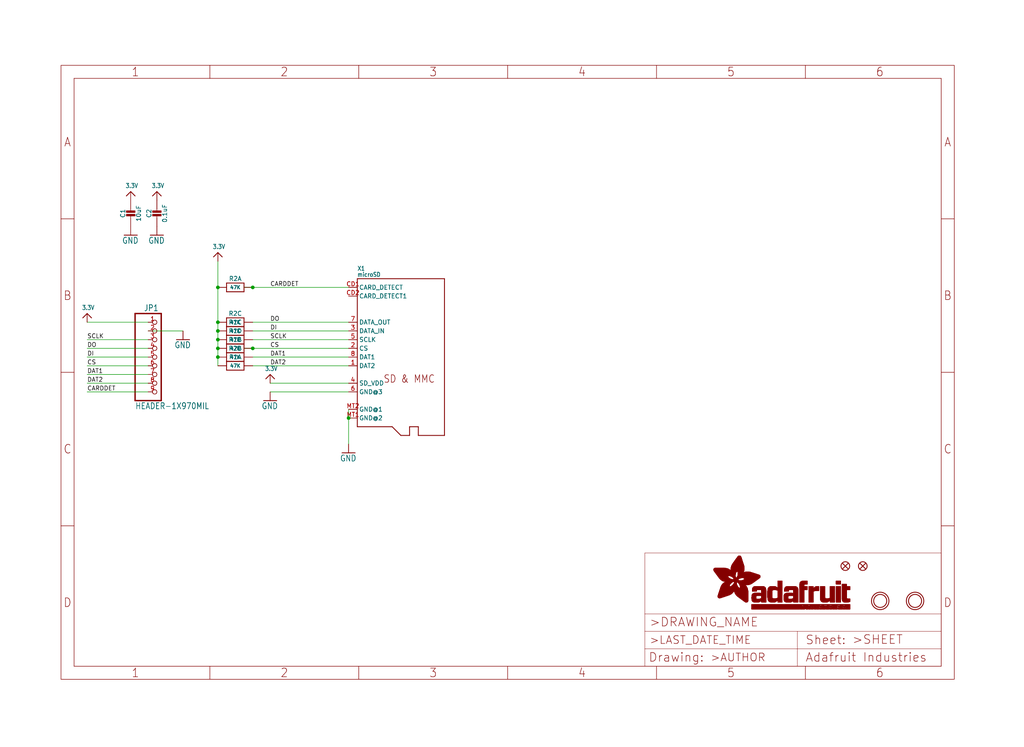
<source format=kicad_sch>
(kicad_sch (version 20211123) (generator eeschema)
  (paper "User" 298.45 217.881)
  (lib_symbols
    (symbol "schematicEagle-eagle-import:3.3V" (power)
      (property "Value" "3.3V" (at -1.524 1.016 0))
      (symbol "3.3V_1_0"
        (pin power_in line (at 0 -2.54 90) (length 2.54) (name "3.3V") (number "1"))
      )
    )
    (symbol "schematicEagle-eagle-import:CAP_CERAMIC0603_NO"
      (property "Reference" "C" (at -2.29 1.25 90))
      (property "Value" "CAP_CERAMIC0603_NO" (at 2.3 1.25 90))
      (symbol "CAP_CERAMIC0603_NO_1_0"
        (pin passive line (at 0 5.08 270) (length 2.54) (name "1") (number "1"))
        (pin passive line (at 0 -2.54 90) (length 2.54) (name "2") (number "2"))
      )
    )
    (symbol "schematicEagle-eagle-import:CAP_CERAMIC0805-NOOUTLINE"
      (property "Reference" "C" (at -2.29 1.25 90))
      (property "Value" "CAP_CERAMIC0805-NOOUTLINE" (at 2.3 1.25 90))
      (symbol "CAP_CERAMIC0805-NOOUTLINE_1_0"
        (pin passive line (at 0 5.08 270) (length 2.54) (name "1") (number "1"))
        (pin passive line (at 0 -2.54 90) (length 2.54) (name "2") (number "2"))
      )
    )
    (symbol "schematicEagle-eagle-import:FIDUCIAL{dblquote}{dblquote}")
    (symbol "schematicEagle-eagle-import:FRAME_A4_ADAFRUIT"
      (symbol "FRAME_A4_ADAFRUIT_0_0"
        (text "1" (at 21.6958 1.905 0) (effects (font (size 2.54 2.286))))
        (text "1" (at 21.6958 177.165 0) (effects (font (size 2.54 2.286))))
        (text "2" (at 65.0875 1.905 0) (effects (font (size 2.54 2.286))))
        (text "2" (at 65.0875 177.165 0) (effects (font (size 2.54 2.286))))
        (text "3" (at 108.4792 1.905 0) (effects (font (size 2.54 2.286))))
        (text "3" (at 108.4792 177.165 0) (effects (font (size 2.54 2.286))))
        (text "4" (at 151.8708 1.905 0) (effects (font (size 2.54 2.286))))
        (text "4" (at 151.8708 177.165 0) (effects (font (size 2.54 2.286))))
        (text "5" (at 195.2625 1.905 0) (effects (font (size 2.54 2.286))))
        (text "5" (at 195.2625 177.165 0) (effects (font (size 2.54 2.286))))
        (text "6" (at 238.6542 1.905 0) (effects (font (size 2.54 2.286))))
        (text "6" (at 238.6542 177.165 0) (effects (font (size 2.54 2.286))))
        (text "A" (at 1.905 156.6863 0) (effects (font (size 2.54 2.286))))
        (text "A" (at 258.445 156.6863 0) (effects (font (size 2.54 2.286))))
        (text "B" (at 1.905 111.9188 0) (effects (font (size 2.54 2.286))))
        (text "B" (at 258.445 111.9188 0) (effects (font (size 2.54 2.286))))
        (text "C" (at 1.905 67.1513 0) (effects (font (size 2.54 2.286))))
        (text "C" (at 258.445 67.1513 0) (effects (font (size 2.54 2.286))))
        (text "D" (at 1.905 22.3838 0) (effects (font (size 2.54 2.286))))
        (text "D" (at 258.445 22.3838 0) (effects (font (size 2.54 2.286))))
      )
      (symbol "FRAME_A4_ADAFRUIT_1_0"
        (text ">AUTHOR" (at 189.23 5.08 0) (effects (font (size 2.286 2.286)) (justify left bottom)))
        (text ">DRAWING_NAME" (at 171.45 15.24 0) (effects (font (size 2.54 2.54)) (justify left bottom)))
        (text ">LAST_DATE_TIME" (at 171.45 10.16 0) (effects (font (size 2.286 2.286)) (justify left bottom)))
        (text ">SHEET" (at 230.505 10.16 0) (effects (font (size 2.54 2.54)) (justify left bottom)))
        (text "Adafruit Industries" (at 216.916 4.953 0) (effects (font (size 2.54 2.54)) (justify left bottom)))
        (text "Drawing:" (at 171.196 4.953 0) (effects (font (size 2.54 2.54)) (justify left bottom)))
        (text "Sheet:" (at 216.916 10.033 0) (effects (font (size 2.54 2.54)) (justify left bottom)))
      )
    )
    (symbol "schematicEagle-eagle-import:GND" (power)
      (property "Value" "GND" (at -2.54 -2.54 0))
      (symbol "GND_1_0"
        (pin power_in line (at 0 2.54 270) (length 2.54) (name "GND") (number "1"))
      )
    )
    (symbol "schematicEagle-eagle-import:HEADER-1X970MIL"
      (property "Reference" "JP" (at -6.35 13.335 0))
      (property "Value" "HEADER-1X970MIL" (at -6.35 -15.24 0))
      (symbol "HEADER-1X970MIL_1_0"
        (pin passive inverted (at -2.54 10.16 0) (length 2.54) (name "1") (number "1"))
        (pin passive inverted (at -2.54 7.62 0) (length 2.54) (name "2") (number "2"))
        (pin passive inverted (at -2.54 5.08 0) (length 2.54) (name "3") (number "3"))
        (pin passive inverted (at -2.54 2.54 0) (length 2.54) (name "4") (number "4"))
        (pin passive inverted (at -2.54 0 0) (length 2.54) (name "5") (number "5"))
        (pin passive inverted (at -2.54 -2.54 0) (length 2.54) (name "6") (number "6"))
        (pin passive inverted (at -2.54 -5.08 0) (length 2.54) (name "7") (number "7"))
        (pin passive inverted (at -2.54 -7.62 0) (length 2.54) (name "8") (number "8"))
        (pin passive inverted (at -2.54 -10.16 0) (length 2.54) (name "9") (number "9"))
      )
    )
    (symbol "schematicEagle-eagle-import:MICROSD"
      (property "Reference" "X" (at -12.7 22.606 0))
      (property "Value" "MICROSD" (at -12.7 20.828 0))
      (symbol "MICROSD_1_0"
        (text "SD & MMC" (at -5.08 -10.16 0) (effects (font (size 2.1844 1.8567)) (justify left bottom)))
        (pin bidirectional line (at -15.24 -5.08 0) (length 2.54) (name "DAT2") (number "1"))
        (pin input line (at -15.24 0 0) (length 2.54) (name "CS") (number "2"))
        (pin input line (at -15.24 5.08 0) (length 2.54) (name "DATA_IN") (number "3"))
        (pin power_in line (at -15.24 -10.16 0) (length 2.54) (name "SD_VDD") (number "4"))
        (pin input line (at -15.24 2.54 0) (length 2.54) (name "SCLK") (number "5"))
        (pin power_in line (at -15.24 -12.7 0) (length 2.54) (name "GND@3") (number "6"))
        (pin output line (at -15.24 7.62 0) (length 2.54) (name "DATA_OUT") (number "7"))
        (pin bidirectional line (at -15.24 -2.54 0) (length 2.54) (name "DAT1") (number "8"))
        (pin passive line (at -15.24 17.78 0) (length 2.54) (name "CARD_DETECT") (number "CD1"))
        (pin passive line (at -15.24 15.24 0) (length 2.54) (name "CARD_DETECT1") (number "CD2"))
        (pin power_in line (at -15.24 -20.32 0) (length 2.54) (name "GND@2") (number "MT1"))
        (pin power_in line (at -15.24 -17.78 0) (length 2.54) (name "GND@1") (number "MT2"))
      )
    )
    (symbol "schematicEagle-eagle-import:MOUNTINGHOLE2.5")
    (symbol "schematicEagle-eagle-import:RESISTOR_4PACK"
      (property "Reference" "R" (at 0 2.54 0))
      (property "Value" "RESISTOR_4PACK" (at 0 0 0))
      (symbol "RESISTOR_4PACK_1_0"
        (pin passive line (at -5.08 0 0) (length 2.54) (name "1") (number "1"))
        (pin passive line (at 5.08 0 180) (length 2.54) (name "2") (number "8"))
      )
      (symbol "RESISTOR_4PACK_2_0"
        (pin passive line (at -5.08 0 0) (length 2.54) (name "1") (number "2"))
        (pin passive line (at 5.08 0 180) (length 2.54) (name "2") (number "7"))
      )
      (symbol "RESISTOR_4PACK_3_0"
        (pin passive line (at -5.08 0 0) (length 2.54) (name "1") (number "3"))
        (pin passive line (at 5.08 0 180) (length 2.54) (name "2") (number "6"))
      )
      (symbol "RESISTOR_4PACK_4_0"
        (pin passive line (at -5.08 0 0) (length 2.54) (name "1") (number "4"))
        (pin passive line (at 5.08 0 180) (length 2.54) (name "2") (number "5"))
      )
    )
  )
  (junction (at 73.66 101.6))
  (junction (at 101.6 121.92))
  (junction (at 63.5 99.06))
  (junction (at 63.5 104.14))
  (junction (at 63.5 96.52))
  (junction (at 63.5 83.82))
  (junction (at 73.66 83.82))
  (junction (at 63.5 101.6))
  (junction (at 63.5 93.98))
  (wire (pts (xy 43.18 104.14) (xy 25.4 104.14)))
  (wire (pts (xy 63.5 104.14) (xy 63.5 101.6)))
  (wire (pts (xy 101.6 83.82) (xy 73.66 83.82)))
  (wire (pts (xy 63.5 93.98) (xy 63.5 83.82)))
  (wire (pts (xy 63.5 83.82) (xy 63.5 76.2)))
  (wire (pts (xy 101.6 93.98) (xy 73.66 93.98)))
  (wire (pts (xy 25.4 101.6) (xy 43.18 101.6)))
  (wire (pts (xy 73.66 106.68) (xy 101.6 106.68)))
  (wire (pts (xy 25.4 111.76) (xy 43.18 111.76)))
  (wire (pts (xy 63.5 99.06) (xy 63.5 96.52)))
  (wire (pts (xy 63.5 106.68) (xy 63.5 104.14)))
  (wire (pts (xy 25.4 109.22) (xy 43.18 109.22)))
  (wire (pts (xy 63.5 96.52) (xy 63.5 93.98)))
  (wire (pts (xy 63.5 101.6) (xy 63.5 99.06)))
  (wire (pts (xy 101.6 121.92) (xy 101.6 129.54)))
  (wire (pts (xy 25.4 114.3) (xy 43.18 114.3)))
  (wire (pts (xy 25.4 93.98) (xy 43.18 93.98)))
  (wire (pts (xy 53.34 96.52) (xy 43.18 96.52)))
  (wire (pts (xy 71.12 101.6) (xy 73.66 101.6)))
  (wire (pts (xy 43.18 99.06) (xy 25.4 99.06)))
  (wire (pts (xy 101.6 119.38) (xy 101.6 121.92)))
  (wire (pts (xy 73.66 83.82) (xy 71.12 83.82)))
  (wire (pts (xy 101.6 111.76) (xy 78.74 111.76)))
  (wire (pts (xy 101.6 114.3) (xy 78.74 114.3)))
  (wire (pts (xy 25.4 106.68) (xy 43.18 106.68)))
  (wire (pts (xy 73.66 101.6) (xy 101.6 101.6)))
  (wire (pts (xy 73.66 96.52) (xy 101.6 96.52)))
  (wire (pts (xy 73.66 104.14) (xy 101.6 104.14)))
  (wire (pts (xy 101.6 99.06) (xy 73.66 99.06)))
  (label "SCLK" (at 78.74 99.06 0) (effects (font (size 1.2446 1.2446))))
  (label "DAT2" (at 25.4 111.76 0) (effects (font (size 1.2446 1.2446))))
  (label "CARDDET" (at 25.4 114.3 0) (effects (font (size 1.2446 1.2446))))
  (label "DAT1" (at 25.4 109.22 0) (effects (font (size 1.2446 1.2446))))
  (label "CARDDET" (at 78.74 83.82 0) (effects (font (size 1.2446 1.2446))))
  (label "DI" (at 78.74 96.52 0) (effects (font (size 1.2446 1.2446))))
  (label "CS" (at 25.4 106.68 0) (effects (font (size 1.2446 1.2446))))
  (label "DO" (at 78.74 93.98 0) (effects (font (size 1.2446 1.2446))))
  (label "DAT2" (at 78.74 106.68 0) (effects (font (size 1.2446 1.2446))))
  (label "CS" (at 78.74 101.6 0) (effects (font (size 1.2446 1.2446))))
  (label "DO" (at 25.4 101.6 0) (effects (font (size 1.2446 1.2446))))
  (label "DI" (at 25.4 104.14 0) (effects (font (size 1.2446 1.2446))))
  (label "DAT1" (at 78.74 104.14 0) (effects (font (size 1.2446 1.2446))))
  (label "SCLK" (at 25.4 99.06 0) (effects (font (size 1.2446 1.2446))))
  (symbol (lib_id "schematicEagle-eagle-import:RESISTOR_4PACK") (at 68.58 83.82 0) (unit 1)
    (property "Reference" "R2" (at 68.58 81.28 0))
    (property "Value" "47K" (at 68.58 83.82 0) (effects (font (size 1.016 1.016) bold)))
    (property "Footprint" "schematicEagle:RESPACK_4X0603" (effects hide))
  )
  (symbol (lib_id "schematicEagle-eagle-import:HEADER-1X970MIL") (at 45.72 104.14 0) (unit 1)
    (property "Reference" "JP1" (at 41.91 90.805 0) (effects (font (size 1.778 1.5113)) (justify left bottom)))
    (property "Value" "HEADER-1X970MIL" (at 39.37 119.38 0) (effects (font (size 1.778 1.5113)) (justify left bottom)))
    (property "Footprint" "schematicEagle:1X09_ROUND_70" (effects hide))
  )
  (symbol (lib_id "schematicEagle-eagle-import:3.3V") (at 45.72 55.88 0) (unit 1)
    (property "Reference" "#U$10" (effects hide))
    (property "Value" "3.3V" (at 44.196 54.864 0) (effects (font (size 1.27 1.0795)) (justify left bottom)))
    (property "Footprint" "schematicEagle:" (effects hide))
  )
  (symbol (lib_id "schematicEagle-eagle-import:GND") (at 38.1 68.58 0) (unit 1)
    (property "Reference" "#GND5" (effects hide))
    (property "Value" "GND" (at 35.56 71.12 0) (effects (font (size 1.778 1.5113)) (justify left bottom)))
    (property "Footprint" "schematicEagle:" (effects hide))
  )
  (symbol (lib_id "schematicEagle-eagle-import:3.3V") (at 78.74 109.22 0) (unit 1)
    (property "Reference" "#U$5" (effects hide))
    (property "Value" "3.3V" (at 77.216 108.204 0) (effects (font (size 1.27 1.0795)) (justify left bottom)))
    (property "Footprint" "schematicEagle:" (effects hide))
  )
  (symbol (lib_id "schematicEagle-eagle-import:RESISTOR_4PACK") (at 68.58 101.6 0) (unit 2)
    (property "Reference" "R1" (at 68.58 99.06 0))
    (property "Value" "47K" (at 68.58 101.6 0) (effects (font (size 1.016 1.016) bold)))
    (property "Footprint" "schematicEagle:RESPACK_4X0603" (effects hide))
  )
  (symbol (lib_id "schematicEagle-eagle-import:MOUNTINGHOLE2.5") (at 266.7 175.26 0) (unit 1)
    (property "Reference" "U$2" (effects hide))
    (property "Value" "MOUNTINGHOLE2.5" (effects hide))
    (property "Footprint" "schematicEagle:MOUNTINGHOLE_2.5_PLATED" (effects hide))
  )
  (symbol (lib_id "schematicEagle-eagle-import:CAP_CERAMIC0805-NOOUTLINE") (at 38.1 63.5 0) (unit 1)
    (property "Reference" "C1" (at 35.81 62.25 90))
    (property "Value" "10uF" (at 40.4 62.25 90))
    (property "Footprint" "schematicEagle:0805-NO" (effects hide))
  )
  (symbol (lib_id "schematicEagle-eagle-import:RESISTOR_4PACK") (at 68.58 93.98 0) (unit 3)
    (property "Reference" "R2" (at 68.58 91.44 0))
    (property "Value" "47K" (at 68.58 93.98 0) (effects (font (size 1.016 1.016) bold)))
    (property "Footprint" "schematicEagle:RESPACK_4X0603" (effects hide))
  )
  (symbol (lib_id "schematicEagle-eagle-import:CAP_CERAMIC0603_NO") (at 45.72 63.5 0) (unit 1)
    (property "Reference" "C2" (at 43.43 62.25 90))
    (property "Value" "0.1uF" (at 48.02 62.25 90))
    (property "Footprint" "schematicEagle:0603-NO" (effects hide))
  )
  (symbol (lib_id "schematicEagle-eagle-import:3.3V") (at 25.4 91.44 0) (unit 1)
    (property "Reference" "#U$6" (effects hide))
    (property "Value" "3.3V" (at 23.876 90.424 0) (effects (font (size 1.27 1.0795)) (justify left bottom)))
    (property "Footprint" "schematicEagle:" (effects hide))
  )
  (symbol (lib_id "schematicEagle-eagle-import:RESISTOR_4PACK") (at 68.58 99.06 0) (unit 4)
    (property "Reference" "R1" (at 68.58 96.52 0))
    (property "Value" "47K" (at 68.58 99.06 0) (effects (font (size 1.016 1.016) bold)))
    (property "Footprint" "schematicEagle:RESPACK_4X0603" (effects hide))
  )
  (symbol (lib_id "schematicEagle-eagle-import:MICROSD") (at 116.84 101.6 0) (unit 1)
    (property "Reference" "X1" (at 104.14 78.994 0) (effects (font (size 1.27 1.0795)) (justify left bottom)))
    (property "Value" "microSD" (at 104.14 80.772 0) (effects (font (size 1.27 1.0795)) (justify left bottom)))
    (property "Footprint" "schematicEagle:MICROSD" (effects hide))
  )
  (symbol (lib_id "schematicEagle-eagle-import:RESISTOR_4PACK") (at 68.58 106.68 0) (unit 1)
    (property "Reference" "R1" (at 68.58 104.14 0))
    (property "Value" "47K" (at 68.58 106.68 0) (effects (font (size 1.016 1.016) bold)))
    (property "Footprint" "schematicEagle:RESPACK_4X0603" (effects hide))
  )
  (symbol (lib_id "schematicEagle-eagle-import:GND") (at 78.74 116.84 0) (unit 1)
    (property "Reference" "#GND2" (effects hide))
    (property "Value" "GND" (at 76.2 119.38 0) (effects (font (size 1.778 1.5113)) (justify left bottom)))
    (property "Footprint" "schematicEagle:" (effects hide))
  )
  (symbol (lib_id "schematicEagle-eagle-import:GND") (at 45.72 68.58 0) (unit 1)
    (property "Reference" "#GND6" (effects hide))
    (property "Value" "GND" (at 43.18 71.12 0) (effects (font (size 1.778 1.5113)) (justify left bottom)))
    (property "Footprint" "schematicEagle:" (effects hide))
  )
  (symbol (lib_id "schematicEagle-eagle-import:MOUNTINGHOLE2.5") (at 256.54 175.26 0) (unit 1)
    (property "Reference" "U$1" (effects hide))
    (property "Value" "MOUNTINGHOLE2.5" (effects hide))
    (property "Footprint" "schematicEagle:MOUNTINGHOLE_2.5_PLATED" (effects hide))
  )
  (symbol (lib_id "schematicEagle-eagle-import:RESISTOR_4PACK") (at 68.58 96.52 0) (unit 3)
    (property "Reference" "R1" (at 68.58 93.98 0))
    (property "Value" "47K" (at 68.58 96.52 0) (effects (font (size 1.016 1.016) bold)))
    (property "Footprint" "schematicEagle:RESPACK_4X0603" (effects hide))
  )
  (symbol (lib_id "schematicEagle-eagle-import:RESISTOR_4PACK") (at 68.58 104.14 0) (unit 2)
    (property "Reference" "R2" (at 68.58 101.6 0))
    (property "Value" "47K" (at 68.58 104.14 0) (effects (font (size 1.016 1.016) bold)))
    (property "Footprint" "schematicEagle:RESPACK_4X0603" (effects hide))
  )
  (symbol (lib_id "schematicEagle-eagle-import:GND") (at 53.34 99.06 0) (unit 1)
    (property "Reference" "#GND4" (effects hide))
    (property "Value" "GND" (at 50.8 101.6 0) (effects (font (size 1.778 1.5113)) (justify left bottom)))
    (property "Footprint" "schematicEagle:" (effects hide))
  )
  (symbol (lib_id "schematicEagle-eagle-import:FIDUCIAL{dblquote}{dblquote}") (at 251.46 165.1 0) (unit 1)
    (property "Reference" "FID2" (effects hide))
    (property "Value" "FIDUCIAL{dblquote}{dblquote}" (effects hide))
    (property "Footprint" "schematicEagle:FIDUCIAL_1MM" (effects hide))
  )
  (symbol (lib_id "schematicEagle-eagle-import:GND") (at 101.6 132.08 0) (unit 1)
    (property "Reference" "#GND1" (effects hide))
    (property "Value" "GND" (at 99.06 134.62 0) (effects (font (size 1.778 1.5113)) (justify left bottom)))
    (property "Footprint" "schematicEagle:" (effects hide))
  )
  (symbol (lib_id "schematicEagle-eagle-import:3.3V") (at 38.1 55.88 0) (unit 1)
    (property "Reference" "#U$9" (effects hide))
    (property "Value" "3.3V" (at 36.576 54.864 0) (effects (font (size 1.27 1.0795)) (justify left bottom)))
    (property "Footprint" "schematicEagle:" (effects hide))
  )
  (symbol (lib_id "schematicEagle-eagle-import:FRAME_A4_ADAFRUIT") (at 17.78 198.12 0) (unit 1)
    (property "Reference" "#U$3" (effects hide))
    (property "Value" "FRAME_A4_ADAFRUIT" (effects hide))
    (property "Footprint" "schematicEagle:" (effects hide))
  )
  (symbol (lib_id "schematicEagle-eagle-import:FIDUCIAL{dblquote}{dblquote}") (at 246.38 165.1 0) (unit 1)
    (property "Reference" "FID1" (effects hide))
    (property "Value" "FIDUCIAL{dblquote}{dblquote}" (effects hide))
    (property "Footprint" "schematicEagle:FIDUCIAL_1MM" (effects hide))
  )
  (symbol (lib_id "schematicEagle-eagle-import:3.3V") (at 63.5 73.66 0) (unit 1)
    (property "Reference" "#U$8" (effects hide))
    (property "Value" "3.3V" (at 61.976 72.644 0) (effects (font (size 1.27 1.0795)) (justify left bottom)))
    (property "Footprint" "schematicEagle:" (effects hide))
  )
)
</source>
